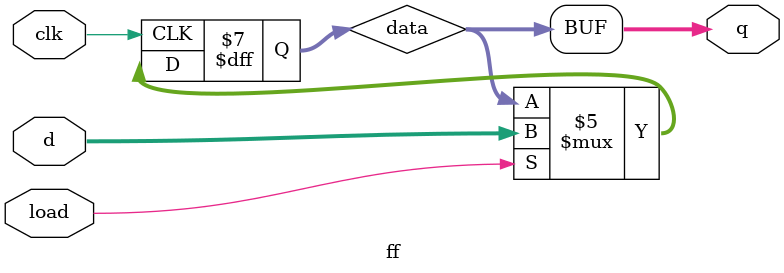
<source format=sv>
module ff #(parameter width = 16)
(
    input clk,
    input load,
    input [width-1:0] d,
    output logic [width-1:0] q
);

logic [width-1:0] data;

/* Altera device registers are 0 at power on. Specify this
 * so that Modelsim works as expected.
 */
initial
begin
    data = 1'b0;
end

always_ff @(posedge clk)
begin
    if (load)
    begin
        data = d;
    end
end

always_comb
begin
    q = data;
end

endmodule : ff
</source>
